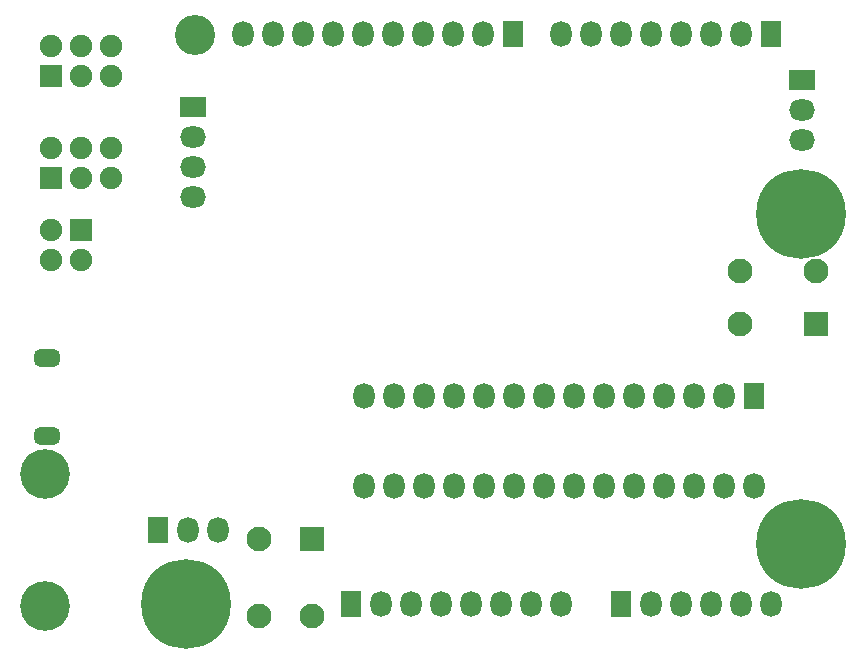
<source format=gbs>
G04*
G04 #@! TF.GenerationSoftware,Altium Limited,Altium Designer,25.1.2 (22)*
G04*
G04 Layer_Color=16711935*
%FSLAX44Y44*%
%MOMM*%
G71*
G04*
G04 #@! TF.SameCoordinates,5E672C01-8995-41B4-AFFF-24039E6A3FFE*
G04*
G04*
G04 #@! TF.FilePolarity,Negative*
G04*
G01*
G75*
%ADD37R,2.1000X2.1000*%
G04:AMPARAMS|DCode=56|XSize=2.2mm|YSize=1.45mm|CornerRadius=0.475mm|HoleSize=0mm|Usage=FLASHONLY|Rotation=0.000|XOffset=0mm|YOffset=0mm|HoleType=Round|Shape=RoundedRectangle|*
%AMROUNDEDRECTD56*
21,1,2.2000,0.5000,0,0,0.0*
21,1,1.2500,1.4500,0,0,0.0*
1,1,0.9500,0.6250,-0.2500*
1,1,0.9500,-0.6250,-0.2500*
1,1,0.9500,-0.6250,0.2500*
1,1,0.9500,0.6250,0.2500*
%
%ADD56ROUNDEDRECTD56*%
%ADD57O,1.8000X2.2000*%
%ADD58R,1.8000X2.2000*%
%ADD59O,2.2000X1.8000*%
%ADD60R,2.2000X1.8000*%
%ADD61R,1.9000X1.9000*%
%ADD62C,1.9000*%
%ADD63C,3.4000*%
%ADD64C,2.1000*%
%ADD65C,7.6000*%
%ADD66C,4.2000*%
%ADD67R,2.1000X2.1000*%
D37*
X246500Y80500D02*
D03*
D56*
X21995Y168000D02*
D03*
Y234000D02*
D03*
D57*
X238760Y508000D02*
D03*
X213360D02*
D03*
X187960D02*
D03*
X264160D02*
D03*
X391160D02*
D03*
X314960D02*
D03*
X340360D02*
D03*
X289560D02*
D03*
X365760D02*
D03*
X167000Y88000D02*
D03*
X141600D02*
D03*
X609600Y508000D02*
D03*
X584200D02*
D03*
X558800D02*
D03*
X533400D02*
D03*
X508000D02*
D03*
X482600D02*
D03*
X457200D02*
D03*
X533400Y25400D02*
D03*
X558800D02*
D03*
X584200D02*
D03*
X609600D02*
D03*
X635000D02*
D03*
X457200D02*
D03*
X355600D02*
D03*
X304800D02*
D03*
X381000D02*
D03*
X330200D02*
D03*
X406400D02*
D03*
X431800D02*
D03*
X595250Y201930D02*
D03*
X569850D02*
D03*
X544450D02*
D03*
X519050D02*
D03*
X493650D02*
D03*
X468250D02*
D03*
X417450D02*
D03*
X392050D02*
D03*
X366650D02*
D03*
X341250D02*
D03*
X315850D02*
D03*
X290450D02*
D03*
X620650Y125730D02*
D03*
X595250D02*
D03*
X569850D02*
D03*
X544450D02*
D03*
X519050D02*
D03*
X493650D02*
D03*
X442850D02*
D03*
X417450D02*
D03*
X392050D02*
D03*
X366650D02*
D03*
X341250D02*
D03*
X315850D02*
D03*
X290450D02*
D03*
X468250D02*
D03*
X442850Y201930D02*
D03*
D58*
X416560Y508000D02*
D03*
X116200Y88000D02*
D03*
X635000Y508000D02*
D03*
X508000Y25400D02*
D03*
X279400D02*
D03*
X620650Y201930D02*
D03*
D59*
X146000Y395200D02*
D03*
Y420600D02*
D03*
Y369800D02*
D03*
X662000Y443600D02*
D03*
Y418200D02*
D03*
D60*
X146000Y446000D02*
D03*
X662000Y469000D02*
D03*
D61*
X50800Y342000D02*
D03*
X25400Y386080D02*
D03*
Y472440D02*
D03*
D62*
Y342000D02*
D03*
X50800Y316600D02*
D03*
X25400D02*
D03*
Y411480D02*
D03*
X76200Y386080D02*
D03*
X50800Y411480D02*
D03*
Y386080D02*
D03*
X76200Y411480D02*
D03*
X25400Y497840D02*
D03*
X76200Y472440D02*
D03*
Y497840D02*
D03*
X50800D02*
D03*
Y472440D02*
D03*
D63*
X148000Y507000D02*
D03*
D64*
X246500Y15500D02*
D03*
X201500D02*
D03*
Y80500D02*
D03*
X608750Y307500D02*
D03*
X673750D02*
D03*
X608750Y262500D02*
D03*
D65*
X660400Y355600D02*
D03*
Y76200D02*
D03*
X139700Y25400D02*
D03*
D66*
X21044Y135572D02*
D03*
Y23572D02*
D03*
D67*
X673750Y262500D02*
D03*
M02*

</source>
